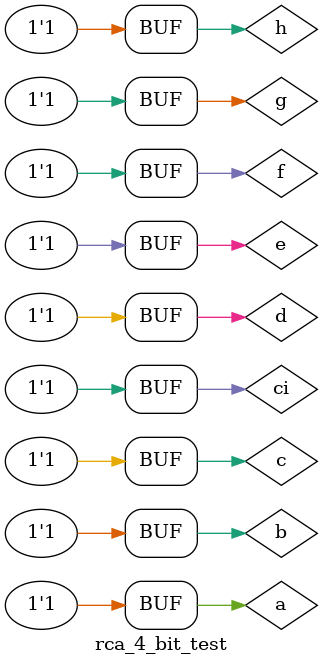
<source format=v>
`timescale 1ns / 1ps

module rca_4_bit_test;


	reg a;
	reg b;
	reg c;
	reg d;
	reg e;
	reg f;
	reg g;
	reg h;
	reg ci;


	wire pc4;
	wire s1;
	wire s2;
	wire s3;
	wire s4;

	rca_4_bit uut (
		.a(a),
		.b(b),
		.c(c),
		.d(d),
		.e(e),
		.f(f),
		.g(g),
		.h(h),
		.ci(ci),
		.pc4(pc4),
		.s1(s1),
		.s2(s2),
		.s3(s3),
		.s4(s4)
	);

	initial begin

		a = 0;
		b = 0;
		c = 0;
		d = 0;
		e = 0;
		f = 0;
		g = 0;
		h = 0;
		ci = 0;

		#1.9531;
      repeat(511)
		begin
		a = a^(b&c&d&e&f&g&h&ci);
		b = b^(c&d&e&f&g&h&ci);
		c = c^(d&e&f&g&h&ci);
		d = d^(e&f&g&h&ci);
		e = e^(f&g&h&ci);
		f = f^(g&h&ci);
		g = g^(h&ci);
		h = h^(ci);
		ci = ci^1;
		#1.9531;
		end

	end

endmodule

</source>
